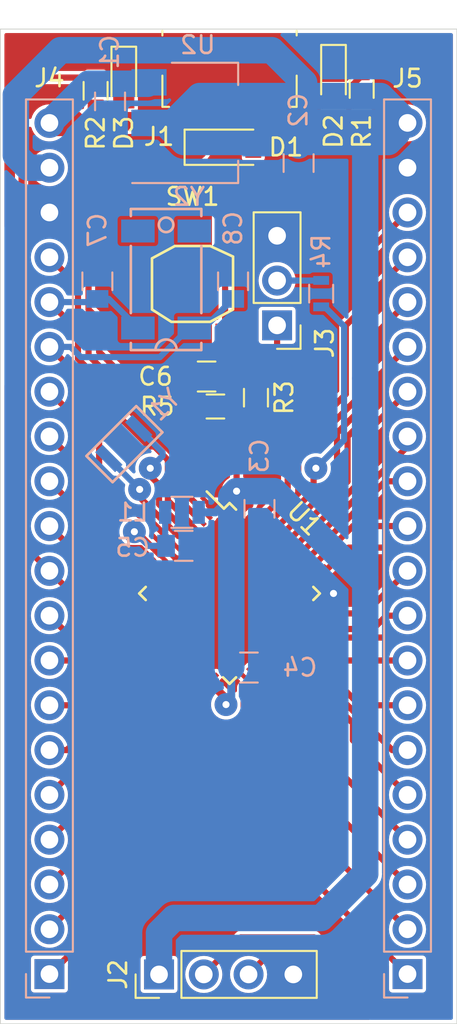
<source format=kicad_pcb>
(kicad_pcb (version 20171130) (host pcbnew "(5.1.2)-1")
  (layers (0 F.Cu signal) (31 B.Cu signal) (34 B.Paste user) (35 F.Paste user) (36 B.SilkS user) (37 F.SilkS user) (38 B.Mask user) (39 F.Mask user) (44 Edge.Cuts user))
  (net 0 "")
  (net 1 +VDC)
  (net 2 GND)
  (net 3 +3V3)
  (net 4 /VDDA)
  (net 5 /NRST)
  (net 6 /PC14)
  (net 7 /PC15)
  (net 8 "Net-(D1-Pad2)")
  (net 9 "Net-(D2-Pad2)")
  (net 10 "Net-(D3-Pad2)")
  (net 11 "Net-(J1-Pad2)")
  (net 12 "Net-(J1-Pad3)")
  (net 13 "Net-(J1-Pad4)")
  (net 14 /DCLK)
  (net 15 /DIO)
  (net 16 "Net-(J3-Pad2)")
  (net 17 "Net-(J3-Pad1)")
  (net 18 /PC13)
  (net 19 /PA0)
  (net 20 /PA1)
  (net 21 /PA2)
  (net 22 /PA3)
  (net 23 /PA4)
  (net 24 /PA5)
  (net 25 /PA6)
  (net 26 /PA7)
  (net 27 /PB0)
  (net 28 /PB1)
  (net 29 /PB2)
  (net 30 /PB10)
  (net 31 /PB11)
  (net 32 /PB12)
  (net 33 /PB13)
  (net 34 /PB14)
  (net 35 /PB15)
  (net 36 /PA8)
  (net 37 /PA9)
  (net 38 /PA10)
  (net 39 /PA11)
  (net 40 /PA12)
  (net 41 /PF6)
  (net 42 /PF7)
  (net 43 /PA15)
  (net 44 /PB3)
  (net 45 /PB4)
  (net 46 /PB5)
  (net 47 /PB6)
  (net 48 /PB7)
  (net 49 /PB8)
  (net 50 /PB9)
  (net 51 /BOOT)
  (net 52 /OSCB)
  (net 53 /OSCA)
  (net 54 "Net-(Y2-Pad2)")
  (net 55 "Net-(Y2-Pad3)")
  (module Capacitors_SMD:C_0805 (layer B.Cu) (at 54.5 89.3 180)
    (fp_text reference C4 (at -2.9 0) (layer B.SilkS) (effects (justify mirror)))
    (fp_text value 100nF)
    (pad 1 smd rect (at -1 0 180) (size 1 1.25) (layers B.Cu B.Paste B.Mask) (net 2 GND))
    (pad 2 smd rect (at 1 0 180) (size 1 1.25) (layers B.Cu B.Paste B.Mask) (net 3 +3V3))
  )
  (module Capacitors_SMD:C_0805 (layer B.Cu) (at 46.62 57.2 270)
    (fp_text reference C1 (at -2.8 0.02 270) (layer B.SilkS) (effects (justify mirror)))
    (fp_text value 22uF)
    (pad 1 smd rect (at -1 0 270) (size 1 1.25) (layers B.Cu B.Paste B.Mask) (net 1 +VDC))
    (pad 2 smd rect (at 1 0 270) (size 1 1.25) (layers B.Cu B.Paste B.Mask) (net 2 GND))
  )
  (module Capacitors_SMD:C_0805 (layer B.Cu) (at 57.32 60.7 270)
    (fp_text reference C2 (at -3 0.02 270) (layer B.SilkS) (effects (justify mirror)))
    (fp_text value 22uF)
    (pad 2 smd rect (at 1 0 270) (size 1 1.25) (layers B.Cu B.Paste B.Mask) (net 2 GND))
    (pad 1 smd rect (at -1 0 270) (size 1 1.25) (layers B.Cu B.Paste B.Mask) (net 3 +3V3))
  )
  (module Capacitors_SMD:C_0805 (layer B.Cu) (at 55.1 80.3 270)
    (fp_text reference C3 (at -3 0 90) (layer B.SilkS) (effects (justify mirror)))
    (fp_text value 10uF)
    (pad 1 smd rect (at -1 0 270) (size 1 1.25) (layers B.Cu B.Paste B.Mask) (net 3 +3V3))
    (pad 2 smd rect (at 1 0 270) (size 1 1.25) (layers B.Cu B.Paste B.Mask) (net 2 GND))
  )
  (module Capacitors_SMD:C_0805 (layer B.Cu) (at 50.8 82.4 180)
    (fp_text reference C5 (at 2.9 -0.1) (layer B.SilkS) (effects (justify mirror)))
    (fp_text value 100nF)
    (pad 1 smd rect (at -1 0 180) (size 1 1.25) (layers B.Cu B.Paste B.Mask) (net 2 GND))
    (pad 2 smd rect (at 1 0 180) (size 1 1.25) (layers B.Cu B.Paste B.Mask) (net 4 /VDDA))
  )
  (module Capacitors_SMD:C_0805 (layer F.Cu) (at 52.1 72.8 180)
    (fp_text reference C6 (at 2.9 0) (layer F.SilkS))
    (fp_text value 100nF)
    (pad 2 smd rect (at 1 0 180) (size 1 1.25) (layers F.Cu F.Paste F.Mask) (net 2 GND))
    (pad 1 smd rect (at -1 0 180) (size 1 1.25) (layers F.Cu F.Paste F.Mask) (net 5 /NRST))
  )
  (module Capacitors_SMD:C_0805 (layer B.Cu) (at 45.9 67.4 90)
    (fp_text reference C7 (at 2.9 0 90) (layer B.SilkS) (effects (justify mirror)))
    (fp_text value 20pF)
    (pad 2 smd rect (at 1 0 90) (size 1 1.25) (layers B.Cu B.Paste B.Mask) (net 2 GND))
    (pad 1 smd rect (at -1 0 90) (size 1 1.25) (layers B.Cu B.Paste B.Mask) (net 6 /PC14))
  )
  (module Capacitors_SMD:C_0805 (layer B.Cu) (at 53.6 67.4 90)
    (fp_text reference C8 (at 3 0 90) (layer B.SilkS) (effects (justify mirror)))
    (fp_text value 20pF)
    (pad 2 smd rect (at 1 0 90) (size 1 1.25) (layers B.Cu B.Paste B.Mask) (net 2 GND))
    (pad 1 smd rect (at -1 0 90) (size 1 1.25) (layers B.Cu B.Paste B.Mask) (net 7 /PC15))
  )
  (module Diodes_SMD:D_SOD-123 (layer F.Cu) (at 53.1 59.8)
    (fp_text reference D1 (at 3.5 0) (layer F.SilkS))
    (fp_text value MBR0530)
    (pad 2 smd rect (at 1.65 0) (size 0.9 1.2) (layers F.Cu F.Paste F.Mask) (net 8 "Net-(D1-Pad2)"))
    (pad 1 smd rect (at -1.65 0) (size 0.9 1.2) (layers F.Cu F.Paste F.Mask) (net 1 +VDC))
  )
  (module LEDs:LED_0805 (layer F.Cu) (at 59.3 55.8 270)
    (fp_text reference D2 (at 3.1 0 90) (layer F.SilkS))
    (fp_text value LED)
    (pad 2 smd rect (at 1.1 0 90) (size 1.2 1.2) (layers F.Cu F.Paste F.Mask) (net 9 "Net-(D2-Pad2)"))
    (pad 1 smd rect (at -1.1 0 90) (size 1.2 1.2) (layers F.Cu F.Paste F.Mask) (net 2 GND))
  )
  (module LEDs:LED_0805 (layer F.Cu) (at 47.4 55.9 270)
    (fp_text reference D3 (at 3.1 0 90) (layer F.SilkS))
    (fp_text value LED)
    (pad 1 smd rect (at -1.1 0 90) (size 1.2 1.2) (layers F.Cu F.Paste F.Mask) (net 2 GND))
    (pad 2 smd rect (at 1.1 0 90) (size 1.2 1.2) (layers F.Cu F.Paste F.Mask) (net 10 "Net-(D3-Pad2)"))
  )
  (module Connectors_USB:USB_Micro-B_Molex_47346-0001 (layer F.Cu) (at 53.4 54.6 180)
    (fp_text reference J1 (at 4 -4.6 180) (layer F.SilkS))
    (fp_text value USB_B_Micro)
    (pad 1 smd rect (at -1.3 -2.66 180) (size 0.45 1.38) (layers F.Cu F.Paste F.Mask) (net 8 "Net-(D1-Pad2)"))
    (pad 2 smd rect (at -0.65 -2.66 180) (size 0.45 1.38) (layers F.Cu F.Paste F.Mask) (net 11 "Net-(J1-Pad2)"))
    (pad 3 smd rect (at 0 -2.66 180) (size 0.45 1.38) (layers F.Cu F.Paste F.Mask) (net 12 "Net-(J1-Pad3)"))
    (pad 4 smd rect (at 0.65 -2.66 180) (size 0.45 1.38) (layers F.Cu F.Paste F.Mask) (net 13 "Net-(J1-Pad4)"))
    (pad 5 smd rect (at 1.3 -2.66 180) (size 0.45 1.38) (layers F.Cu F.Paste F.Mask) (net 2 GND))
    (pad 6 smd rect (at -2.4625 -2.3 180) (size 1.475 2.1) (layers F.Cu F.Paste F.Mask) (net 2 GND))
    (pad 6 smd rect (at 2.4625 -2.3 180) (size 1.475 2.1) (layers F.Cu F.Paste F.Mask) (net 2 GND))
    (pad 6 smd rect (at -2.91 0 180) (size 2.375 1.9) (layers F.Cu F.Paste F.Mask) (net 2 GND))
    (pad 6 smd rect (at 2.91 0 180) (size 2.375 1.9) (layers F.Cu F.Paste F.Mask) (net 2 GND))
    (pad 6 smd rect (at -0.84 0 180) (size 1.175 1.9) (layers F.Cu F.Paste F.Mask) (net 2 GND))
    (pad 6 smd rect (at 0.84 0 180) (size 1.175 1.9) (layers F.Cu F.Paste F.Mask) (net 2 GND))
  )
  (module Pin_Headers:Pin_Header_Straight_1x04_Pitch2.54mm (layer F.Cu) (at 49.4 106.7 90)
    (fp_text reference J2 (at 0 -2.33 90) (layer F.SilkS))
    (fp_text value STLink)
    (pad 4 thru_hole oval (at 0 7.62 90) (size 1.7 1.7) (drill 1) (layers *.Cu *.Mask) (net 2 GND))
    (pad 3 thru_hole oval (at 0 5.08 90) (size 1.7 1.7) (drill 1) (layers *.Cu *.Mask) (net 14 /DCLK))
    (pad 2 thru_hole oval (at 0 2.54 90) (size 1.7 1.7) (drill 1) (layers *.Cu *.Mask) (net 15 /DIO))
    (pad 1 thru_hole rect (at 0 0 90) (size 1.7 1.7) (drill 1) (layers *.Cu *.Mask) (net 3 +3V3))
  )
  (module Pin_Headers:Pin_Header_Straight_1x03_Pitch2.54mm (layer F.Cu) (at 56.1 69.9 180)
    (fp_text reference J3 (at -2.7 -1 90) (layer F.SilkS))
    (fp_text value BOOT)
    (pad 3 thru_hole oval (at 0 5.08 180) (size 1.7 1.7) (drill 1) (layers *.Cu *.Mask) (net 2 GND))
    (pad 2 thru_hole oval (at 0 2.54 180) (size 1.7 1.7) (drill 1) (layers *.Cu *.Mask) (net 16 "Net-(J3-Pad2)"))
    (pad 1 thru_hole rect (at 0 0 180) (size 1.7 1.7) (drill 1) (layers *.Cu *.Mask) (net 17 "Net-(J3-Pad1)"))
  )
  (module Pin_Headers:Pin_Header_Straight_1x20_Pitch2.54mm (layer B.Cu) (at 43.18 106.68)
    (fp_text reference J4 (at 0 -50.8) (layer F.SilkS))
    (fp_text value " ")
    (pad 20 thru_hole oval (at 0 -48.26) (size 1.7 1.7) (drill 1) (layers *.Cu *.Mask) (net 1 +VDC))
    (pad 19 thru_hole oval (at 0 -45.72) (size 1.7 1.7) (drill 1) (layers *.Cu *.Mask) (net 3 +3V3))
    (pad 18 thru_hole oval (at 0 -43.18) (size 1.7 1.7) (drill 1) (layers *.Cu *.Mask) (net 2 GND))
    (pad 17 thru_hole oval (at 0 -40.64) (size 1.7 1.7) (drill 1) (layers *.Cu *.Mask) (net 18 /PC13))
    (pad 16 thru_hole oval (at 0 -38.1) (size 1.7 1.7) (drill 1) (layers *.Cu *.Mask) (net 6 /PC14))
    (pad 15 thru_hole oval (at 0 -35.56) (size 1.7 1.7) (drill 1) (layers *.Cu *.Mask) (net 7 /PC15))
    (pad 14 thru_hole oval (at 0 -33.02) (size 1.7 1.7) (drill 1) (layers *.Cu *.Mask) (net 19 /PA0))
    (pad 13 thru_hole oval (at 0 -30.48) (size 1.7 1.7) (drill 1) (layers *.Cu *.Mask) (net 20 /PA1))
    (pad 12 thru_hole oval (at 0 -27.94) (size 1.7 1.7) (drill 1) (layers *.Cu *.Mask) (net 21 /PA2))
    (pad 11 thru_hole oval (at 0 -25.4) (size 1.7 1.7) (drill 1) (layers *.Cu *.Mask) (net 22 /PA3))
    (pad 10 thru_hole oval (at 0 -22.86) (size 1.7 1.7) (drill 1) (layers *.Cu *.Mask) (net 23 /PA4))
    (pad 9 thru_hole oval (at 0 -20.32) (size 1.7 1.7) (drill 1) (layers *.Cu *.Mask) (net 24 /PA5))
    (pad 8 thru_hole oval (at 0 -17.78) (size 1.7 1.7) (drill 1) (layers *.Cu *.Mask) (net 25 /PA6))
    (pad 7 thru_hole oval (at 0 -15.24) (size 1.7 1.7) (drill 1) (layers *.Cu *.Mask) (net 26 /PA7))
    (pad 6 thru_hole oval (at 0 -12.7) (size 1.7 1.7) (drill 1) (layers *.Cu *.Mask) (net 27 /PB0))
    (pad 5 thru_hole oval (at 0 -10.16) (size 1.7 1.7) (drill 1) (layers *.Cu *.Mask) (net 28 /PB1))
    (pad 4 thru_hole oval (at 0 -7.62) (size 1.7 1.7) (drill 1) (layers *.Cu *.Mask) (net 29 /PB2))
    (pad 3 thru_hole oval (at 0 -5.08) (size 1.7 1.7) (drill 1) (layers *.Cu *.Mask) (net 30 /PB10))
    (pad 2 thru_hole oval (at 0 -2.54) (size 1.7 1.7) (drill 1) (layers *.Cu *.Mask) (net 31 /PB11))
    (pad 1 thru_hole rect (at 0 0) (size 1.7 1.7) (drill 1) (layers *.Cu *.Mask) (net 32 /PB12))
  )
  (module Pin_Headers:Pin_Header_Straight_1x20_Pitch2.54mm (layer B.Cu) (at 63.5 106.68)
    (fp_text reference J5 (at 0 -50.78) (layer F.SilkS))
    (fp_text value " ")
    (pad 1 thru_hole rect (at 0 0) (size 1.7 1.7) (drill 1) (layers *.Cu *.Mask) (net 33 /PB13))
    (pad 2 thru_hole oval (at 0 -2.54) (size 1.7 1.7) (drill 1) (layers *.Cu *.Mask) (net 34 /PB14))
    (pad 3 thru_hole oval (at 0 -5.08) (size 1.7 1.7) (drill 1) (layers *.Cu *.Mask) (net 35 /PB15))
    (pad 4 thru_hole oval (at 0 -7.62) (size 1.7 1.7) (drill 1) (layers *.Cu *.Mask) (net 36 /PA8))
    (pad 5 thru_hole oval (at 0 -10.16) (size 1.7 1.7) (drill 1) (layers *.Cu *.Mask) (net 37 /PA9))
    (pad 6 thru_hole oval (at 0 -12.7) (size 1.7 1.7) (drill 1) (layers *.Cu *.Mask) (net 38 /PA10))
    (pad 7 thru_hole oval (at 0 -15.24) (size 1.7 1.7) (drill 1) (layers *.Cu *.Mask) (net 39 /PA11))
    (pad 8 thru_hole oval (at 0 -17.78) (size 1.7 1.7) (drill 1) (layers *.Cu *.Mask) (net 40 /PA12))
    (pad 9 thru_hole oval (at 0 -20.32) (size 1.7 1.7) (drill 1) (layers *.Cu *.Mask) (net 41 /PF6))
    (pad 10 thru_hole oval (at 0 -22.86) (size 1.7 1.7) (drill 1) (layers *.Cu *.Mask) (net 42 /PF7))
    (pad 11 thru_hole oval (at 0 -25.4) (size 1.7 1.7) (drill 1) (layers *.Cu *.Mask) (net 43 /PA15))
    (pad 12 thru_hole oval (at 0 -27.94) (size 1.7 1.7) (drill 1) (layers *.Cu *.Mask) (net 44 /PB3))
    (pad 13 thru_hole oval (at 0 -30.48) (size 1.7 1.7) (drill 1) (layers *.Cu *.Mask) (net 45 /PB4))
    (pad 14 thru_hole oval (at 0 -33.02) (size 1.7 1.7) (drill 1) (layers *.Cu *.Mask) (net 46 /PB5))
    (pad 15 thru_hole oval (at 0 -35.56) (size 1.7 1.7) (drill 1) (layers *.Cu *.Mask) (net 47 /PB6))
    (pad 16 thru_hole oval (at 0 -38.1) (size 1.7 1.7) (drill 1) (layers *.Cu *.Mask) (net 48 /PB7))
    (pad 17 thru_hole oval (at 0 -40.64) (size 1.7 1.7) (drill 1) (layers *.Cu *.Mask) (net 49 /PB8))
    (pad 18 thru_hole oval (at 0 -43.18) (size 1.7 1.7) (drill 1) (layers *.Cu *.Mask) (net 50 /PB9))
    (pad 19 thru_hole oval (at 0 -45.72) (size 1.7 1.7) (drill 1) (layers *.Cu *.Mask) (net 2 GND))
    (pad 20 thru_hole oval (at 0 -48.26) (size 1.7 1.7) (drill 1) (layers *.Cu *.Mask) (net 3 +3V3))
  )
  (module Inductors_SMD:L_0805 (layer B.Cu) (at 50.7 80.5 180)
    (fp_text reference L1 (at 2.8 0) (layer B.SilkS) (effects (justify mirror)))
    (fp_text value 10uH)
    (pad 1 smd rect (at -0.95 0 180) (size 0.7 1.3) (layers B.Cu B.Paste B.Mask) (net 3 +3V3))
    (pad 2 smd rect (at 0.95 0 180) (size 0.7 1.3) (layers B.Cu B.Paste B.Mask) (net 4 /VDDA))
  )
  (module Resistors_SMD:R_0603 (layer F.Cu) (at 60.9 56.5 90)
    (fp_text reference R1 (at -2.4 0 90) (layer F.SilkS))
    (fp_text value 4K91)
    (pad 1 smd rect (at -0.75 0 90) (size 0.5 0.9) (layers F.Cu F.Paste F.Mask) (net 3 +3V3))
    (pad 2 smd rect (at 0.75 0 90) (size 0.5 0.9) (layers F.Cu F.Paste F.Mask) (net 9 "Net-(D2-Pad2)"))
  )
  (module Resistors_SMD:R_0603 (layer F.Cu) (at 45.8 56.6 270)
    (fp_text reference R2 (at 2.4 0 90) (layer F.SilkS))
    (fp_text value 4K91)
    (pad 2 smd rect (at 0.75 0 270) (size 0.5 0.9) (layers F.Cu F.Paste F.Mask) (net 10 "Net-(D3-Pad2)"))
    (pad 1 smd rect (at -0.75 0 270) (size 0.5 0.9) (layers F.Cu F.Paste F.Mask) (net 23 /PA4))
  )
  (module Resistors_SMD:R_0603 (layer F.Cu) (at 54.9 74 270)
    (fp_text reference R3 (at 0 -1.6 90) (layer F.SilkS))
    (fp_text value 10K)
    (pad 2 smd rect (at 0.75 0 270) (size 0.5 0.9) (layers F.Cu F.Paste F.Mask) (net 3 +3V3))
    (pad 1 smd rect (at -0.75 0 270) (size 0.5 0.9) (layers F.Cu F.Paste F.Mask) (net 17 "Net-(J3-Pad1)"))
  )
  (module Resistors_SMD:R_0603 (layer B.Cu) (at 58.6 68.1 270)
    (fp_text reference R4 (at -2.4 0 270) (layer B.SilkS) (effects (justify mirror)))
    (fp_text value 560R)
    (pad 1 smd rect (at -0.75 0 270) (size 0.5 0.9) (layers B.Cu B.Paste B.Mask) (net 16 "Net-(J3-Pad2)"))
    (pad 2 smd rect (at 0.75 0 270) (size 0.5 0.9) (layers B.Cu B.Paste B.Mask) (net 51 /BOOT))
  )
  (module Resistors_SMD:R_0603 (layer F.Cu) (at 52.6 74.5)
    (fp_text reference R5 (at -3.3 0) (layer F.SilkS))
    (fp_text value 10K)
    (pad 2 smd rect (at 0.75 0) (size 0.5 0.9) (layers F.Cu F.Paste F.Mask) (net 3 +3V3))
    (pad 1 smd rect (at -0.75 0) (size 0.5 0.9) (layers F.Cu F.Paste F.Mask) (net 5 /NRST))
  )
  (module .rpvM:Switch_SMD_5.2x6.4_reset (layer F.Cu) (at 51.3 67.6 270)
    (fp_text reference SW1 (at -5 0 180) (layer F.SilkS))
    (fp_text value RESET)
    (pad 1 smd rect (at -3.1 -1.85 270) (size 1.8 1.1) (layers F.Cu F.Paste F.Mask) (net 5 /NRST))
    (pad 2 smd rect (at -3.1 1.85 270) (size 1.8 1.1) (layers F.Cu F.Paste F.Mask) (net 2 GND))
    (pad 2 smd rect (at 3.1 1.85 270) (size 1.8 1.1) (layers F.Cu F.Paste F.Mask) (net 2 GND))
    (pad 1 smd rect (at 3.1 -1.85 270) (size 1.8 1.1) (layers F.Cu F.Paste F.Mask) (net 5 /NRST))
  )
  (module Housings_QFP:LQFP-48_7x7mm_Pitch0.5mm (layer F.Cu) (at 53.4 85.1 315)
    (fp_text reference U1 (at 0 -6 135) (layer F.SilkS))
    (fp_text value STM32F030C8T6)
    (pad 48 smd rect (at -2.75 -4.35 45) (size 1.3 0.25) (layers F.Cu F.Paste F.Mask) (net 3 +3V3))
    (pad 47 smd rect (at -2.25 -4.35 45) (size 1.3 0.25) (layers F.Cu F.Paste F.Mask) (net 2 GND))
    (pad 46 smd rect (at -1.75 -4.35 45) (size 1.3 0.25) (layers F.Cu F.Paste F.Mask) (net 50 /PB9))
    (pad 45 smd rect (at -1.25 -4.35 45) (size 1.3 0.25) (layers F.Cu F.Paste F.Mask) (net 49 /PB8))
    (pad 44 smd rect (at -0.75 -4.35 45) (size 1.3 0.25) (layers F.Cu F.Paste F.Mask) (net 51 /BOOT))
    (pad 43 smd rect (at -0.25 -4.35 45) (size 1.3 0.25) (layers F.Cu F.Paste F.Mask) (net 48 /PB7))
    (pad 42 smd rect (at 0.25 -4.35 45) (size 1.3 0.25) (layers F.Cu F.Paste F.Mask) (net 47 /PB6))
    (pad 41 smd rect (at 0.75 -4.35 45) (size 1.3 0.25) (layers F.Cu F.Paste F.Mask) (net 46 /PB5))
    (pad 40 smd rect (at 1.25 -4.35 45) (size 1.3 0.25) (layers F.Cu F.Paste F.Mask) (net 45 /PB4))
    (pad 39 smd rect (at 1.75 -4.35 45) (size 1.3 0.25) (layers F.Cu F.Paste F.Mask) (net 44 /PB3))
    (pad 38 smd rect (at 2.25 -4.35 45) (size 1.3 0.25) (layers F.Cu F.Paste F.Mask) (net 43 /PA15))
    (pad 37 smd rect (at 2.75 -4.35 45) (size 1.3 0.25) (layers F.Cu F.Paste F.Mask) (net 14 /DCLK))
    (pad 36 smd rect (at 4.35 -2.75 315) (size 1.3 0.25) (layers F.Cu F.Paste F.Mask) (net 42 /PF7))
    (pad 35 smd rect (at 4.35 -2.25 315) (size 1.3 0.25) (layers F.Cu F.Paste F.Mask) (net 41 /PF6))
    (pad 34 smd rect (at 4.35 -1.75 315) (size 1.3 0.25) (layers F.Cu F.Paste F.Mask) (net 15 /DIO))
    (pad 33 smd rect (at 4.35 -1.25 315) (size 1.3 0.25) (layers F.Cu F.Paste F.Mask) (net 40 /PA12))
    (pad 32 smd rect (at 4.35 -0.75 315) (size 1.3 0.25) (layers F.Cu F.Paste F.Mask) (net 39 /PA11))
    (pad 31 smd rect (at 4.35 -0.25 315) (size 1.3 0.25) (layers F.Cu F.Paste F.Mask) (net 38 /PA10))
    (pad 30 smd rect (at 4.35 0.25 315) (size 1.3 0.25) (layers F.Cu F.Paste F.Mask) (net 37 /PA9))
    (pad 29 smd rect (at 4.35 0.75 315) (size 1.3 0.25) (layers F.Cu F.Paste F.Mask) (net 36 /PA8))
    (pad 28 smd rect (at 4.35 1.25 315) (size 1.3 0.25) (layers F.Cu F.Paste F.Mask) (net 35 /PB15))
    (pad 27 smd rect (at 4.35 1.75 315) (size 1.3 0.25) (layers F.Cu F.Paste F.Mask) (net 34 /PB14))
    (pad 26 smd rect (at 4.35 2.25 315) (size 1.3 0.25) (layers F.Cu F.Paste F.Mask) (net 33 /PB13))
    (pad 25 smd rect (at 4.35 2.75 315) (size 1.3 0.25) (layers F.Cu F.Paste F.Mask) (net 32 /PB12))
    (pad 24 smd rect (at 2.75 4.35 45) (size 1.3 0.25) (layers F.Cu F.Paste F.Mask) (net 3 +3V3))
    (pad 23 smd rect (at 2.25 4.35 45) (size 1.3 0.25) (layers F.Cu F.Paste F.Mask) (net 2 GND))
    (pad 22 smd rect (at 1.75 4.35 45) (size 1.3 0.25) (layers F.Cu F.Paste F.Mask) (net 31 /PB11))
    (pad 21 smd rect (at 1.25 4.35 45) (size 1.3 0.25) (layers F.Cu F.Paste F.Mask) (net 30 /PB10))
    (pad 20 smd rect (at 0.75 4.35 45) (size 1.3 0.25) (layers F.Cu F.Paste F.Mask) (net 29 /PB2))
    (pad 19 smd rect (at 0.25 4.35 45) (size 1.3 0.25) (layers F.Cu F.Paste F.Mask) (net 28 /PB1))
    (pad 18 smd rect (at -0.25 4.35 45) (size 1.3 0.25) (layers F.Cu F.Paste F.Mask) (net 27 /PB0))
    (pad 17 smd rect (at -0.75 4.35 45) (size 1.3 0.25) (layers F.Cu F.Paste F.Mask) (net 26 /PA7))
    (pad 16 smd rect (at -1.25 4.35 45) (size 1.3 0.25) (layers F.Cu F.Paste F.Mask) (net 25 /PA6))
    (pad 15 smd rect (at -1.75 4.35 45) (size 1.3 0.25) (layers F.Cu F.Paste F.Mask) (net 24 /PA5))
    (pad 14 smd rect (at -2.25 4.35 45) (size 1.3 0.25) (layers F.Cu F.Paste F.Mask) (net 23 /PA4))
    (pad 13 smd rect (at -2.75 4.35 45) (size 1.3 0.25) (layers F.Cu F.Paste F.Mask) (net 22 /PA3))
    (pad 12 smd rect (at -4.35 2.75 315) (size 1.3 0.25) (layers F.Cu F.Paste F.Mask) (net 21 /PA2))
    (pad 11 smd rect (at -4.35 2.25 315) (size 1.3 0.25) (layers F.Cu F.Paste F.Mask) (net 20 /PA1))
    (pad 10 smd rect (at -4.35 1.75 315) (size 1.3 0.25) (layers F.Cu F.Paste F.Mask) (net 19 /PA0))
    (pad 9 smd rect (at -4.35 1.25 315) (size 1.3 0.25) (layers F.Cu F.Paste F.Mask) (net 4 /VDDA))
    (pad 8 smd rect (at -4.35 0.75 315) (size 1.3 0.25) (layers F.Cu F.Paste F.Mask) (net 2 GND))
    (pad 7 smd rect (at -4.35 0.25 315) (size 1.3 0.25) (layers F.Cu F.Paste F.Mask) (net 5 /NRST))
    (pad 6 smd rect (at -4.35 -0.25 315) (size 1.3 0.25) (layers F.Cu F.Paste F.Mask) (net 52 /OSCB))
    (pad 5 smd rect (at -4.35 -0.75 315) (size 1.3 0.25) (layers F.Cu F.Paste F.Mask) (net 53 /OSCA))
    (pad 4 smd rect (at -4.35 -1.25 315) (size 1.3 0.25) (layers F.Cu F.Paste F.Mask) (net 7 /PC15))
    (pad 3 smd rect (at -4.35 -1.75 315) (size 1.3 0.25) (layers F.Cu F.Paste F.Mask) (net 6 /PC14))
    (pad 2 smd rect (at -4.35 -2.25 315) (size 1.3 0.25) (layers F.Cu F.Paste F.Mask) (net 18 /PC13))
    (pad 1 smd rect (at -4.35 -2.75 315) (size 1.3 0.25) (layers F.Cu F.Paste F.Mask) (net 3 +3V3))
  )
  (module TO_SOT_Packages_SMD:SOT-223-3_TabPin2 (layer B.Cu) (at 51.98 58.42)
    (fp_text reference U2 (at -0.38 -4.42) (layer B.SilkS) (effects (justify mirror)))
    (fp_text value AMS1117)
    (pad 1 smd rect (at -3.15 2.3) (size 2 1.5) (layers B.Cu B.Paste B.Mask) (net 2 GND))
    (pad 3 smd rect (at -3.15 -2.3) (size 2 1.5) (layers B.Cu B.Paste B.Mask) (net 1 +VDC))
    (pad 2 smd rect (at -3.15 0) (size 2 1.5) (layers B.Cu B.Paste B.Mask) (net 3 +3V3))
    (pad 2 smd rect (at 3.15 0) (size 2 3.8) (layers B.Cu B.Paste B.Mask) (net 3 +3V3))
  )
  (module .rpvM:Crystal_CSTCE_3pin_3.2x1.3 (layer B.Cu) (at 47.4 76.6 225)
    (fp_text reference Y1 (at -3.181981 -0.070711 225) (layer B.SilkS) (effects (justify mirror)))
    (fp_text value CSTCE8.000M)
    (pad 1 smd rect (at -1.2 0 225) (size 0.6 1.6) (layers B.Cu B.Paste B.Mask) (net 53 /OSCA))
    (pad 2 smd rect (at 0 0 225) (size 0.6 1.6) (layers B.Cu B.Paste B.Mask) (net 2 GND))
    (pad 3 smd rect (at 1.2 0 225) (size 0.6 1.6) (layers B.Cu B.Paste B.Mask) (net 52 /OSCB))
  )
  (module .rpvM:Crystal_4pin_SMD_2.5x4.6 (layer B.Cu) (at 49.8 67.3 90)
    (fp_text reference Y2 (at 4.7 1.3 180) (layer B.SilkS) (effects (justify mirror)))
    (fp_text value 32.768K)
    (pad 1 smd rect (at -2.75 -1.6 90) (size 1.3 1.9) (layers B.Cu B.Paste B.Mask) (net 6 /PC14))
    (pad 2 smd rect (at 2.75 -1.6 90) (size 1.3 1.9) (layers B.Cu B.Paste B.Mask) (net 54 "Net-(Y2-Pad2)"))
    (pad 3 smd rect (at 2.75 1.6 90) (size 1.3 1.9) (layers B.Cu B.Paste B.Mask) (net 55 "Net-(Y2-Pad3)"))
    (pad 4 smd rect (at -2.75 1.6 90) (size 1.3 1.9) (layers B.Cu B.Paste B.Mask) (net 7 /PC15))
  )
  (gr_line (start 40.4 109.5) (end 40.4 53.1) (layer Edge.Cuts) (width 0.05))
  (gr_line (start 66.3 109.5) (end 40.4 109.5) (layer Edge.Cuts) (width 0.05))
  (gr_line (start 66.3 109.5) (end 66.3 53.1) (layer Edge.Cuts) (width 0.05))
  (gr_line (start 66.3 53.1) (end 40.4 53.1) (layer Edge.Cuts) (width 0.05))
  (segment (start 44.382081 58.42) (end 43.18 58.42) (width 1.5) (layer F.Cu) (net 1))
  (segment (start 44.459998 58.42) (end 44.382081 58.42) (width 1.5) (layer F.Cu) (net 1))
  (segment (start 45.839998 59.8) (end 44.459998 58.42) (width 1.5) (layer F.Cu) (net 1))
  (segment (start 51.45 59.8) (end 45.839998 59.8) (width 1.5) (layer F.Cu) (net 1))
  (segment (start 48.75 56.2) (end 48.83 56.12) (width 1.5) (layer B.Cu) (net 1))
  (segment (start 46.62 56.2) (end 48.75 56.2) (width 1.5) (layer B.Cu) (net 1))
  (segment (start 45.4 56.2) (end 46.62 56.2) (width 1.5) (layer B.Cu) (net 1))
  (segment (start 43.18 58.42) (end 45.4 56.2) (width 1.5) (layer B.Cu) (net 1))
  (via (at 59.3 85.1) (size 0.8) (drill 0.4) (layers F.Cu B.Cu) (net 2))
  (segment (start 62.33 57.25) (end 63.5 58.42) (width 0.35) (layer F.Cu) (net 3))
  (segment (start 60.9 57.25) (end 62.33 57.25) (width 0.35) (layer F.Cu) (net 3))
  (segment (start 48.83 58.42) (end 50.18 58.42) (width 1.5) (layer B.Cu) (net 3))
  (segment (start 50.18 58.42) (end 51.7 56.9) (width 1.5) (layer B.Cu) (net 3))
  (segment (start 61.98 56.9) (end 63.5 58.42) (width 1.5) (layer B.Cu) (net 3))
  (segment (start 51.7 56.9) (end 61.98 56.9) (width 1.5) (layer B.Cu) (net 3))
  (segment (start 48.83 58.42) (end 49.72 58.42) (width 1.5) (layer B.Cu) (net 3))
  (segment (start 49.72 58.42) (end 50.8 59.5) (width 1.5) (layer B.Cu) (net 3))
  (segment (start 50.8 59.5) (end 62.42 59.5) (width 1.5) (layer B.Cu) (net 3))
  (segment (start 62.9 59.02) (end 62.42 59.5) (width 1.5) (layer B.Cu) (net 3))
  (segment (start 48.83 58.42) (end 55.13 58.42) (width 1.5) (layer B.Cu) (net 3))
  (segment (start 57.63 58.42) (end 57.65 58.4) (width 1.5) (layer B.Cu) (net 3))
  (segment (start 55.13 58.42) (end 57.63 58.42) (width 1.5) (layer B.Cu) (net 3))
  (segment (start 57.65 58.4) (end 61.8 58.4) (width 1.5) (layer B.Cu) (net 3))
  (segment (start 61.82 58.42) (end 63.5 58.42) (width 1.5) (layer B.Cu) (net 3))
  (segment (start 61.8 58.4) (end 61.82 58.42) (width 1.5) (layer B.Cu) (net 3))
  (segment (start 57.32 59.7) (end 57.32 57.82) (width 1.5) (layer B.Cu) (net 3))
  (segment (start 55.13 58.42) (end 54.52 58.42) (width 1.5) (layer B.Cu) (net 3))
  (segment (start 54.52 58.42) (end 53.8 57.7) (width 1.5) (layer B.Cu) (net 3))
  (segment (start 53.8 57.7) (end 52.1 57.7) (width 1.5) (layer B.Cu) (net 3))
  (segment (start 52.1 57.7) (end 56.5 57.7) (width 1.5) (layer B.Cu) (net 3))
  (segment (start 62.297919 58.42) (end 61.1 59.617919) (width 1.5) (layer B.Cu) (net 3))
  (segment (start 63.5 58.42) (end 62.297919 58.42) (width 1.5) (layer B.Cu) (net 3))
  (segment (start 61.1 101) (end 58.6 103.5) (width 1.5) (layer B.Cu) (net 3))
  (segment (start 49.4 104.35) (end 49.4 106.7) (width 1.5) (layer B.Cu) (net 3))
  (segment (start 50.25 103.5) (end 49.4 104.35) (width 1.5) (layer B.Cu) (net 3))
  (segment (start 58.6 103.5) (end 50.25 103.5) (width 1.5) (layer B.Cu) (net 3))
  (segment (start 53.5 89.3) (end 53.5 79.6) (width 1.5) (layer B.Cu) (net 3))
  (segment (start 53.8 79.3) (end 55.1 79.3) (width 1.5) (layer B.Cu) (net 3))
  (segment (start 53.5 79.6) (end 53.8 79.3) (width 1.5) (layer B.Cu) (net 3))
  (segment (start 61.1 75.425) (end 61.1 75.4) (width 1.5) (layer B.Cu) (net 3))
  (segment (start 55.1 79.3) (end 55.225 79.3) (width 1.5) (layer B.Cu) (net 3))
  (segment (start 61.1 59.617919) (end 61.1 72.9) (width 1.5) (layer B.Cu) (net 3))
  (segment (start 61.1 72.9) (end 61.1 76.3) (width 1.5) (layer B.Cu) (net 3))
  (segment (start 61.1 75.4) (end 61.1 76.3) (width 1.5) (layer B.Cu) (net 3))
  (segment (start 60.835002 84.2) (end 61.1 84.2) (width 1.5) (layer B.Cu) (net 3))
  (segment (start 55.935002 79.3) (end 60.835002 84.2) (width 1.5) (layer B.Cu) (net 3))
  (segment (start 55.1 79.3) (end 55.935002 79.3) (width 1.5) (layer B.Cu) (net 3))
  (segment (start 61.1 76.3) (end 61.1 84.2) (width 1.5) (layer B.Cu) (net 3))
  (segment (start 61.1 84.2) (end 61.1 101) (width 1.5) (layer B.Cu) (net 3))
  (segment (start 52.268629 80.079542) (end 53.020458 80.079542) (width 0.45) (layer F.Cu) (net 3))
  (segment (start 53.020458 80.079542) (end 53.8 79.3) (width 0.45) (layer F.Cu) (net 3))
  (segment (start 54.531371 80.031371) (end 53.8 79.3) (width 0.45) (layer F.Cu) (net 3))
  (segment (start 54.531371 80.079542) (end 54.531371 80.031371) (width 0.45) (layer F.Cu) (net 3))
  (segment (start 53.5 89.3) (end 53.5 91.1) (width 0.45) (layer B.Cu) (net 3))
  (segment (start 53.5 91.1) (end 53.2 91.4) (width 0.45) (layer B.Cu) (net 3))
  (segment (start 53.2 91.051829) (end 52.268629 90.120458) (width 0.45) (layer F.Cu) (net 3))
  (segment (start 53.2 91.4) (end 53.2 91.4) (width 0.45) (layer F.Cu) (net 3))
  (segment (start 52.6 80.5) (end 53.8 79.3) (width 0.45) (layer B.Cu) (net 3))
  (segment (start 51.65 80.5) (end 52.6 80.5) (width 0.45) (layer B.Cu) (net 3))
  (segment (start 53.8 74.95) (end 53.35 74.5) (width 0.35) (layer F.Cu) (net 3))
  (segment (start 53.8 75.05) (end 53.8 75.2) (width 0.35) (layer F.Cu) (net 3))
  (segment (start 54.1 74.75) (end 53.8 75.05) (width 0.35) (layer F.Cu) (net 3))
  (segment (start 54.9 74.75) (end 54.1 74.75) (width 0.35) (layer F.Cu) (net 3))
  (segment (start 53.8 79.3) (end 53.8 75.2) (width 0.35) (layer F.Cu) (net 3))
  (segment (start 53.8 75.2) (end 53.8 74.95) (width 0.35) (layer F.Cu) (net 3))
  (segment (start 57.63 58.42) (end 57.63 56.13) (width 1.5) (layer B.Cu) (net 3))
  (segment (start 57.63 56.13) (end 55.8 54.3) (width 1.5) (layer B.Cu) (net 3))
  (segment (start 55.8 54.3) (end 43.8 54.3) (width 1.5) (layer B.Cu) (net 3))
  (segment (start 43.8 54.3) (end 41.27501 56.82499) (width 1.5) (layer B.Cu) (net 3))
  (segment (start 41.977919 60.96) (end 43.18 60.96) (width 1.5) (layer B.Cu) (net 3))
  (segment (start 41.27501 60.257091) (end 41.977919 60.96) (width 1.5) (layer B.Cu) (net 3))
  (segment (start 41.27501 56.82499) (end 41.27501 60.257091) (width 1.5) (layer B.Cu) (net 3))
  (segment (start 53.8 79.3) (end 53.8 79.3) (width 0.45) (layer F.Cu) (net 3))
  (via (at 53.8 79.3) (size 1.3) (drill 0.4) (layers F.Cu B.Cu) (net 3))
  (segment (start 53.2 91.4) (end 53.2 91.051829) (width 0.45) (layer F.Cu) (net 3))
  (via (at 53.2 91.4) (size 1.3) (drill 0.4) (layers F.Cu B.Cu) (net 3))
  (segment (start 49.75 82.35) (end 49.8 82.4) (width 0.35) (layer B.Cu) (net 4))
  (segment (start 49.75 80.5) (end 49.75 82.35) (width 0.35) (layer B.Cu) (net 4))
  (via (at 48 81.6) (size 1.3) (drill 0.4) (layers F.Cu B.Cu) (net 4))
  (segment (start 49.8 82.4) (end 48.8 82.4) (width 0.35) (layer B.Cu) (net 4))
  (segment (start 48.8 82.4) (end 48 81.6) (width 0.35) (layer B.Cu) (net 4))
  (segment (start 48.132233 81.6) (end 49.440202 82.907969) (width 0.35) (layer F.Cu) (net 4))
  (segment (start 48 81.6) (end 48.132233 81.6) (width 0.35) (layer F.Cu) (net 4))
  (segment (start 53.15 65.75) (end 53.15 70.7) (width 0.35) (layer F.Cu) (net 5))
  (segment (start 53.15 64.5) (end 53.15 65.75) (width 0.35) (layer F.Cu) (net 5))
  (segment (start 53.15 72.75) (end 53.1 72.8) (width 0.35) (layer F.Cu) (net 5))
  (segment (start 53.15 70.7) (end 53.15 72.75) (width 0.35) (layer F.Cu) (net 5))
  (segment (start 51.85 74.05) (end 53.1 72.8) (width 0.35) (layer F.Cu) (net 5))
  (segment (start 51.85 74.5) (end 51.85 74.05) (width 0.35) (layer F.Cu) (net 5))
  (segment (start 48.621446 80.674999) (end 48.274999 80.674999) (width 0.35) (layer F.Cu) (net 5))
  (segment (start 50.147309 82.200862) (end 48.621446 80.674999) (width 0.35) (layer F.Cu) (net 5))
  (segment (start 48.274999 80.674999) (end 46 78.4) (width 0.35) (layer F.Cu) (net 5))
  (segment (start 46 78.4) (end 46 74.6) (width 0.35) (layer F.Cu) (net 5))
  (segment (start 46 74.6) (end 43.8 72.4) (width 0.35) (layer F.Cu) (net 5))
  (segment (start 43.8 72.4) (end 41.9 72.4) (width 0.35) (layer F.Cu) (net 5))
  (segment (start 41.9 72.4) (end 41.6 72.1) (width 0.35) (layer F.Cu) (net 5))
  (segment (start 41.6 72.1) (end 41.6 65.4) (width 0.35) (layer F.Cu) (net 5))
  (segment (start 41.6 65.4) (end 42.2 64.8) (width 0.35) (layer F.Cu) (net 5))
  (segment (start 42.2 64.8) (end 44.3 64.8) (width 0.35) (layer F.Cu) (net 5))
  (segment (start 44.3 64.8) (end 45.4 65.9) (width 0.35) (layer F.Cu) (net 5))
  (segment (start 45.4 65.9) (end 45.4 69) (width 0.35) (layer F.Cu) (net 5))
  (segment (start 45.4 69) (end 46 69.6) (width 0.35) (layer F.Cu) (net 5))
  (segment (start 46 69.6) (end 46 71.4) (width 0.35) (layer F.Cu) (net 5))
  (segment (start 49.1 74.5) (end 51.85 74.5) (width 0.35) (layer F.Cu) (net 5))
  (segment (start 46 71.4) (end 49.1 74.5) (width 0.35) (layer F.Cu) (net 5))
  (segment (start 45.72 68.58) (end 45.9 68.4) (width 0.35) (layer B.Cu) (net 6))
  (segment (start 43.18 68.58) (end 45.72 68.58) (width 0.35) (layer B.Cu) (net 6))
  (segment (start 46.55 68.4) (end 48.2 70.05) (width 0.35) (layer B.Cu) (net 6))
  (segment (start 45.9 68.4) (end 46.55 68.4) (width 0.35) (layer B.Cu) (net 6))
  (segment (start 44.8 70.2) (end 43.18 68.58) (width 0.35) (layer F.Cu) (net 6))
  (segment (start 44.8 71.794588) (end 44.8 70.2) (width 0.35) (layer F.Cu) (net 6))
  (segment (start 50.452706 79.677833) (end 50.452706 77.447294) (width 0.35) (layer F.Cu) (net 6))
  (segment (start 51.561522 80.786649) (end 50.452706 79.677833) (width 0.35) (layer F.Cu) (net 6))
  (segment (start 50.452706 77.447294) (end 44.8 71.794588) (width 0.35) (layer F.Cu) (net 6))
  (segment (start 51.3 70.15) (end 51.95 70.15) (width 0.35) (layer B.Cu) (net 7))
  (segment (start 44.382081 71.12) (end 44.962081 71.7) (width 0.35) (layer B.Cu) (net 7))
  (segment (start 43.18 71.12) (end 44.382081 71.12) (width 0.35) (layer B.Cu) (net 7))
  (segment (start 51.1 70.05) (end 51.4 70.05) (width 0.35) (layer B.Cu) (net 7))
  (segment (start 49.45 71.7) (end 51.1 70.05) (width 0.35) (layer B.Cu) (net 7))
  (segment (start 44.962081 71.7) (end 49.45 71.7) (width 0.35) (layer B.Cu) (net 7))
  (segment (start 51.95 70.05) (end 53.6 68.4) (width 0.35) (layer B.Cu) (net 7))
  (segment (start 51.4 70.05) (end 51.95 70.05) (width 0.35) (layer B.Cu) (net 7))
  (segment (start 48.825499 76.765499) (end 43.18 71.12) (width 0.35) (layer F.Cu) (net 7))
  (segment (start 49.134501 76.765499) (end 48.825499 76.765499) (width 0.35) (layer F.Cu) (net 7))
  (segment (start 49.9 77.530998) (end 49.134501 76.765499) (width 0.35) (layer F.Cu) (net 7))
  (segment (start 49.9 79.832233) (end 49.9 77.530998) (width 0.35) (layer F.Cu) (net 7))
  (segment (start 51.207969 81.140202) (end 49.9 79.832233) (width 0.35) (layer F.Cu) (net 7))
  (segment (start 54.7 59.75) (end 54.75 59.8) (width 0.55) (layer F.Cu) (net 8))
  (segment (start 54.7 57.26) (end 54.7 59.75) (width 0.55) (layer F.Cu) (net 8))
  (segment (start 59.75 56.9) (end 60.9 55.75) (width 0.35) (layer F.Cu) (net 9))
  (segment (start 59.3 56.9) (end 59.75 56.9) (width 0.35) (layer F.Cu) (net 9))
  (segment (start 47.05 57.35) (end 47.4 57) (width 0.35) (layer F.Cu) (net 10))
  (segment (start 45.8 57.35) (end 47.05 57.35) (width 0.35) (layer F.Cu) (net 10))
  (segment (start 58.697235 83.968629) (end 60.165864 82.5) (width 0.35) (layer F.Cu) (net 14))
  (segment (start 58.420458 83.968629) (end 58.697235 83.968629) (width 0.35) (layer F.Cu) (net 14))
  (segment (start 60.165864 82.5) (end 64.6 82.5) (width 0.35) (layer F.Cu) (net 14))
  (segment (start 64.6 82.5) (end 65.7 83.6) (width 0.35) (layer F.Cu) (net 14))
  (segment (start 65.7 83.6) (end 65.7 108) (width 0.35) (layer F.Cu) (net 14))
  (segment (start 65.7 108) (end 64.8 108.9) (width 0.35) (layer F.Cu) (net 14))
  (segment (start 64.8 108.9) (end 61.7 108.9) (width 0.35) (layer F.Cu) (net 14))
  (segment (start 61.7 108.9) (end 57.9 105.1) (width 0.35) (layer F.Cu) (net 14))
  (segment (start 56.08 105.1) (end 54.48 106.7) (width 0.35) (layer F.Cu) (net 14))
  (segment (start 57.9 105.1) (end 56.08 105.1) (width 0.35) (layer F.Cu) (net 14))
  (segment (start 57.713351 86.938478) (end 58.374873 87.6) (width 0.35) (layer F.Cu) (net 15))
  (segment (start 58.374873 87.6) (end 64.5 87.6) (width 0.35) (layer F.Cu) (net 15))
  (segment (start 64.5 87.6) (end 65.1 88.2) (width 0.35) (layer F.Cu) (net 15))
  (segment (start 65.1 88.2) (end 65.1 107.8) (width 0.35) (layer F.Cu) (net 15))
  (segment (start 65.1 107.8) (end 64.6 108.3) (width 0.35) (layer F.Cu) (net 15))
  (segment (start 64.6 108.3) (end 61.9 108.3) (width 0.35) (layer F.Cu) (net 15))
  (segment (start 61.9 108.3) (end 58.2 104.6) (width 0.35) (layer F.Cu) (net 15))
  (segment (start 54.04 104.6) (end 51.94 106.7) (width 0.35) (layer F.Cu) (net 15))
  (segment (start 58.2 104.6) (end 54.04 104.6) (width 0.35) (layer F.Cu) (net 15))
  (segment (start 58.59 67.36) (end 58.6 67.35) (width 0.35) (layer B.Cu) (net 16))
  (segment (start 56.1 67.36) (end 58.59 67.36) (width 0.35) (layer B.Cu) (net 16))
  (segment (start 55.1 73.25) (end 54.9 73.25) (width 0.35) (layer F.Cu) (net 17))
  (segment (start 56.1 72.25) (end 55.1 73.25) (width 0.35) (layer F.Cu) (net 17))
  (segment (start 56.1 69.9) (end 56.1 72.25) (width 0.35) (layer F.Cu) (net 17))
  (segment (start 43.18 66.04) (end 44.8 67.66) (width 0.35) (layer F.Cu) (net 18))
  (segment (start 44.8 67.66) (end 44.8 69.2) (width 0.35) (layer F.Cu) (net 18))
  (segment (start 44.8 69.2) (end 45.4 69.8) (width 0.35) (layer F.Cu) (net 18))
  (segment (start 45.4 69.8) (end 45.4 71.6) (width 0.35) (layer F.Cu) (net 18))
  (segment (start 45.4 71.6) (end 51 77.2) (width 0.35) (layer F.Cu) (net 18))
  (segment (start 51.768619 80.286652) (end 51.915069 80.433102) (width 0.35) (layer F.Cu) (net 18))
  (segment (start 51 77.2) (end 51 79.518033) (width 0.35) (layer F.Cu) (net 18))
  (segment (start 51 79.518033) (end 51.768619 80.286652) (width 0.35) (layer F.Cu) (net 18))
  (segment (start 44.7 75.18) (end 43.18 73.66) (width 0.35) (layer F.Cu) (net 19))
  (segment (start 44.7 76.6) (end 44.7 75.18) (width 0.35) (layer F.Cu) (net 19))
  (segment (start 45.3 77.2) (end 44.7 76.6) (width 0.35) (layer F.Cu) (net 19))
  (segment (start 48.350128 82.525001) (end 47.225001 82.525001) (width 0.35) (layer F.Cu) (net 19))
  (segment (start 49.086649 83.261522) (end 48.350128 82.525001) (width 0.35) (layer F.Cu) (net 19))
  (segment (start 47.225001 82.525001) (end 45.898645 81.198645) (width 0.35) (layer F.Cu) (net 19))
  (segment (start 45.898645 81.198645) (end 45.898645 79.498645) (width 0.35) (layer F.Cu) (net 19))
  (segment (start 45.898645 79.498645) (end 45.3 78.9) (width 0.35) (layer F.Cu) (net 19))
  (segment (start 45.3 78.9) (end 45.3 77.2) (width 0.35) (layer F.Cu) (net 19))
  (segment (start 48.202766 83.084747) (end 46.984747 83.084747) (width 0.35) (layer F.Cu) (net 20))
  (segment (start 48.733095 83.615076) (end 48.202766 83.084747) (width 0.35) (layer F.Cu) (net 20))
  (segment (start 46.984747 83.084747) (end 45.3 81.4) (width 0.35) (layer F.Cu) (net 20))
  (segment (start 45.3 81.4) (end 45.3 79.7) (width 0.35) (layer F.Cu) (net 20))
  (segment (start 45.3 79.7) (end 44.7 79.1) (width 0.35) (layer F.Cu) (net 20))
  (segment (start 44.7 77.72) (end 43.18 76.2) (width 0.35) (layer F.Cu) (net 20))
  (segment (start 44.7 79.1) (end 44.7 77.72) (width 0.35) (layer F.Cu) (net 20))
  (segment (start 44.7 80.26) (end 43.18 78.74) (width 0.35) (layer F.Cu) (net 21))
  (segment (start 44.7 81.6) (end 44.7 80.26) (width 0.35) (layer F.Cu) (net 21))
  (segment (start 47.068629 83.968629) (end 44.7 81.6) (width 0.35) (layer F.Cu) (net 21))
  (segment (start 48.379542 83.968629) (end 47.068629 83.968629) (width 0.35) (layer F.Cu) (net 21))
  (segment (start 48.131371 86.231371) (end 48.379542 86.231371) (width 0.35) (layer F.Cu) (net 22))
  (segment (start 43.18 81.28) (end 48.131371 86.231371) (width 0.35) (layer F.Cu) (net 22))
  (segment (start 44.029999 84.669999) (end 43.18 83.82) (width 0.35) (layer F.Cu) (net 23))
  (segment (start 46.76 87.4) (end 44.029999 84.669999) (width 0.35) (layer F.Cu) (net 23))
  (segment (start 47.918019 87.4) (end 46.76 87.4) (width 0.35) (layer F.Cu) (net 23))
  (segment (start 48.733095 86.584924) (end 47.918019 87.4) (width 0.35) (layer F.Cu) (net 23))
  (segment (start 42.25 55.85) (end 45.8 55.85) (width 0.35) (layer F.Cu) (net 23))
  (segment (start 41.6 56.5) (end 42.25 55.85) (width 0.35) (layer F.Cu) (net 23))
  (segment (start 43.18 83.82) (end 41.6 82.24) (width 0.35) (layer F.Cu) (net 23))
  (segment (start 41.6 82.24) (end 41.6 73.5) (width 0.35) (layer F.Cu) (net 23))
  (segment (start 41.6 73.5) (end 41 72.9) (width 0.35) (layer F.Cu) (net 23))
  (segment (start 41 72.9) (end 41 64.7) (width 0.35) (layer F.Cu) (net 23))
  (segment (start 41 64.7) (end 41.6 64.1) (width 0.35) (layer F.Cu) (net 23))
  (segment (start 41.6 64.1) (end 41.6 56.5) (width 0.35) (layer F.Cu) (net 23))
  (segment (start 44.029999 87.209999) (end 43.18 86.36) (width 0.35) (layer F.Cu) (net 24))
  (segment (start 44.92 88.1) (end 44.029999 87.209999) (width 0.35) (layer F.Cu) (net 24))
  (segment (start 47.925127 88.1) (end 44.92 88.1) (width 0.35) (layer F.Cu) (net 24))
  (segment (start 49.086649 86.938478) (end 47.925127 88.1) (width 0.35) (layer F.Cu) (net 24))
  (segment (start 47.832233 88.9) (end 43.18 88.9) (width 0.35) (layer F.Cu) (net 25))
  (segment (start 49.440202 87.292031) (end 47.832233 88.9) (width 0.35) (layer F.Cu) (net 25))
  (segment (start 45.999339 91.44) (end 43.18 91.44) (width 0.35) (layer F.Cu) (net 26))
  (segment (start 49.793755 87.645584) (end 45.999339 91.44) (width 0.35) (layer F.Cu) (net 26))
  (segment (start 44.166447 93.98) (end 43.18 93.98) (width 0.35) (layer F.Cu) (net 27))
  (segment (start 50.147309 87.999138) (end 44.166447 93.98) (width 0.35) (layer F.Cu) (net 27))
  (segment (start 50.500862 88.352691) (end 45.2 93.653553) (width 0.35) (layer F.Cu) (net 28))
  (segment (start 45.2 94.5) (end 43.18 96.52) (width 0.35) (layer F.Cu) (net 28))
  (segment (start 45.2 93.653553) (end 45.2 94.5) (width 0.35) (layer F.Cu) (net 28))
  (segment (start 44.029999 98.210001) (end 43.18 99.06) (width 0.35) (layer F.Cu) (net 29))
  (segment (start 45.9 96.34) (end 44.029999 98.210001) (width 0.35) (layer F.Cu) (net 29))
  (segment (start 45.9 93.660661) (end 45.9 96.34) (width 0.35) (layer F.Cu) (net 29))
  (segment (start 50.854416 88.706245) (end 45.9 93.660661) (width 0.35) (layer F.Cu) (net 29))
  (segment (start 44.029999 100.750001) (end 43.18 101.6) (width 0.35) (layer F.Cu) (net 30))
  (segment (start 46.7 98.08) (end 44.029999 100.750001) (width 0.35) (layer F.Cu) (net 30))
  (segment (start 46.7 93.567767) (end 46.7 98.08) (width 0.35) (layer F.Cu) (net 30))
  (segment (start 51.207969 89.059798) (end 46.7 93.567767) (width 0.35) (layer F.Cu) (net 30))
  (segment (start 44.029999 103.290001) (end 43.18 104.14) (width 0.35) (layer F.Cu) (net 31))
  (segment (start 47.5 99.82) (end 44.029999 103.290001) (width 0.35) (layer F.Cu) (net 31))
  (segment (start 47.5 93.474873) (end 47.5 99.82) (width 0.35) (layer F.Cu) (net 31))
  (segment (start 51.561522 89.413351) (end 47.5 93.474873) (width 0.35) (layer F.Cu) (net 31))
  (segment (start 43.18 106.68) (end 43.22 106.68) (width 0.35) (layer F.Cu) (net 32))
  (segment (start 43.22 106.68) (end 49.4 100.5) (width 0.35) (layer F.Cu) (net 32))
  (segment (start 49.4 100.5) (end 49.4 96.9) (width 0.35) (layer F.Cu) (net 32))
  (segment (start 49.4 96.9) (end 54.2 92.1) (width 0.35) (layer F.Cu) (net 32))
  (segment (start 54.2 90.451829) (end 54.531371 90.120458) (width 0.35) (layer F.Cu) (net 32))
  (segment (start 54.2 92.1) (end 54.2 90.451829) (width 0.35) (layer F.Cu) (net 32))
  (segment (start 63.48 106.68) (end 63.5 106.68) (width 0.35) (layer F.Cu) (net 33))
  (segment (start 56.2 99.4) (end 63.48 106.68) (width 0.35) (layer F.Cu) (net 33))
  (segment (start 54.884924 89.766905) (end 56.2 91.081981) (width 0.35) (layer F.Cu) (net 33))
  (segment (start 56.2 91.081981) (end 56.2 99.4) (width 0.35) (layer F.Cu) (net 33))
  (segment (start 62.650001 103.290001) (end 63.5 104.14) (width 0.35) (layer F.Cu) (net 34))
  (segment (start 57 97.64) (end 62.650001 103.290001) (width 0.35) (layer F.Cu) (net 34))
  (segment (start 57 91.174873) (end 57 97.64) (width 0.35) (layer F.Cu) (net 34))
  (segment (start 55.238478 89.413351) (end 57 91.174873) (width 0.35) (layer F.Cu) (net 34))
  (segment (start 62.650001 100.750001) (end 63.5 101.6) (width 0.35) (layer F.Cu) (net 35))
  (segment (start 58.1 96.2) (end 62.650001 100.750001) (width 0.35) (layer F.Cu) (net 35))
  (segment (start 58.1 91.567767) (end 58.1 96.2) (width 0.35) (layer F.Cu) (net 35))
  (segment (start 55.592031 89.059798) (end 58.1 91.567767) (width 0.35) (layer F.Cu) (net 35))
  (segment (start 62.650001 98.210001) (end 63.5 99.06) (width 0.35) (layer F.Cu) (net 36))
  (segment (start 59.1 94.66) (end 62.650001 98.210001) (width 0.35) (layer F.Cu) (net 36))
  (segment (start 59.1 91.860661) (end 59.1 94.66) (width 0.35) (layer F.Cu) (net 36))
  (segment (start 55.945584 88.706245) (end 59.1 91.860661) (width 0.35) (layer F.Cu) (net 36))
  (segment (start 62.650001 95.670001) (end 63.5 96.52) (width 0.35) (layer F.Cu) (net 37))
  (segment (start 60.4 93.42) (end 62.650001 95.670001) (width 0.35) (layer F.Cu) (net 37))
  (segment (start 60.4 92.453553) (end 60.4 93.42) (width 0.35) (layer F.Cu) (net 37))
  (segment (start 56.299138 88.352691) (end 60.4 92.453553) (width 0.35) (layer F.Cu) (net 37))
  (segment (start 62.633553 93.98) (end 63.5 93.98) (width 0.35) (layer F.Cu) (net 38))
  (segment (start 56.652691 87.999138) (end 62.633553 93.98) (width 0.35) (layer F.Cu) (net 38))
  (segment (start 60.800661 91.44) (end 63.5 91.44) (width 0.35) (layer F.Cu) (net 39))
  (segment (start 57.006245 87.645584) (end 60.800661 91.44) (width 0.35) (layer F.Cu) (net 39))
  (segment (start 58.967767 88.9) (end 63.5 88.9) (width 0.35) (layer F.Cu) (net 40))
  (segment (start 57.359798 87.292031) (end 58.967767 88.9) (width 0.35) (layer F.Cu) (net 40))
  (segment (start 62.297919 86.36) (end 63.5 86.36) (width 0.35) (layer F.Cu) (net 41))
  (segment (start 61.542666 87.115253) (end 62.297919 86.36) (width 0.35) (layer F.Cu) (net 41))
  (segment (start 58.597234 87.115253) (end 61.542666 87.115253) (width 0.35) (layer F.Cu) (net 41))
  (segment (start 58.066905 86.584924) (end 58.597234 87.115253) (width 0.35) (layer F.Cu) (net 41))
  (segment (start 61.088629 86.231371) (end 63.5 83.82) (width 0.35) (layer F.Cu) (net 42))
  (segment (start 58.420458 86.231371) (end 61.088629 86.231371) (width 0.35) (layer F.Cu) (net 42))
  (segment (start 60.401981 81.28) (end 63.5 81.28) (width 0.35) (layer F.Cu) (net 43))
  (segment (start 58.066905 83.615076) (end 60.401981 81.28) (width 0.35) (layer F.Cu) (net 43))
  (segment (start 62.234873 78.74) (end 63.5 78.74) (width 0.35) (layer F.Cu) (net 44))
  (segment (start 57.713351 83.261522) (end 62.234873 78.74) (width 0.35) (layer F.Cu) (net 44))
  (segment (start 63.5 76.767767) (end 63.5 76.2) (width 0.35) (layer F.Cu) (net 45))
  (segment (start 57.359798 82.907969) (end 63.5 76.767767) (width 0.35) (layer F.Cu) (net 45))
  (segment (start 62.650001 74.509999) (end 63.5 73.66) (width 0.35) (layer F.Cu) (net 46))
  (segment (start 60.7 76.46) (end 62.650001 74.509999) (width 0.35) (layer F.Cu) (net 46))
  (segment (start 60.7 78.860661) (end 60.7 76.46) (width 0.35) (layer F.Cu) (net 46))
  (segment (start 57.006245 82.554416) (end 60.7 78.860661) (width 0.35) (layer F.Cu) (net 46))
  (segment (start 60.1 78.753553) (end 60.1 76.2) (width 0.35) (layer F.Cu) (net 47))
  (segment (start 56.652691 82.200862) (end 60.1 78.753553) (width 0.35) (layer F.Cu) (net 47))
  (segment (start 60.1 76.2) (end 61.9 74.4) (width 0.35) (layer F.Cu) (net 47))
  (segment (start 61.9 72.72) (end 63.5 71.12) (width 0.35) (layer F.Cu) (net 47))
  (segment (start 61.9 74.4) (end 61.9 72.72) (width 0.35) (layer F.Cu) (net 47))
  (segment (start 59.5 78.646447) (end 56.299138 81.847309) (width 0.35) (layer F.Cu) (net 48))
  (segment (start 63.5 68.58) (end 61.9 70.18) (width 0.35) (layer F.Cu) (net 48))
  (segment (start 61.9 70.18) (end 61.9 71.8) (width 0.35) (layer F.Cu) (net 48))
  (segment (start 61.9 71.8) (end 61.3 72.4) (width 0.35) (layer F.Cu) (net 48))
  (segment (start 61.3 72.4) (end 61.3 74.2) (width 0.35) (layer F.Cu) (net 48))
  (segment (start 61.3 74.2) (end 59.5 76) (width 0.35) (layer F.Cu) (net 48))
  (segment (start 59.5 76) (end 59.5 78.646447) (width 0.35) (layer F.Cu) (net 48))
  (segment (start 57.3 79.432233) (end 57.3 77.4) (width 0.35) (layer F.Cu) (net 49))
  (segment (start 55.592031 81.140202) (end 57.3 79.432233) (width 0.35) (layer F.Cu) (net 49))
  (segment (start 57.3 77.4) (end 60.7 74) (width 0.35) (layer F.Cu) (net 49))
  (segment (start 60.7 74) (end 60.7 70.2) (width 0.35) (layer F.Cu) (net 49))
  (segment (start 60.7 70.2) (end 61.9 69) (width 0.35) (layer F.Cu) (net 49))
  (segment (start 61.9 67.64) (end 63.5 66.04) (width 0.35) (layer F.Cu) (net 49))
  (segment (start 61.9 69) (end 61.9 67.64) (width 0.35) (layer F.Cu) (net 49))
  (segment (start 55.238478 80.786649) (end 56.7 79.325127) (width 0.35) (layer F.Cu) (net 50))
  (segment (start 56.7 79.325127) (end 56.7 77.1) (width 0.35) (layer F.Cu) (net 50))
  (segment (start 56.7 77.1) (end 60 73.8) (width 0.35) (layer F.Cu) (net 50))
  (segment (start 60 73.8) (end 60 69.9) (width 0.35) (layer F.Cu) (net 50))
  (segment (start 60 69.9) (end 61.3 68.6) (width 0.35) (layer F.Cu) (net 50))
  (segment (start 61.3 65.7) (end 63.5 63.5) (width 0.35) (layer F.Cu) (net 50))
  (segment (start 61.3 68.6) (end 61.3 65.7) (width 0.35) (layer F.Cu) (net 50))
  (via (at 58.3 78) (size 1.3) (drill 0.4) (layers F.Cu B.Cu) (net 51))
  (segment (start 58.169149 78.130851) (end 58.3 78) (width 0.35) (layer F.Cu) (net 51))
  (segment (start 55.945584 81.493755) (end 58.169149 79.27019) (width 0.35) (layer F.Cu) (net 51))
  (segment (start 58.169149 79.27019) (end 58.169149 78.130851) (width 0.35) (layer F.Cu) (net 51))
  (segment (start 59.9 76.4) (end 58.3 78) (width 0.35) (layer B.Cu) (net 51))
  (segment (start 59.9 69.95) (end 59.9 76.4) (width 0.35) (layer B.Cu) (net 51))
  (segment (start 58.8 68.85) (end 59.9 69.95) (width 0.35) (layer B.Cu) (net 51))
  (segment (start 58.6 68.85) (end 58.8 68.85) (width 0.35) (layer B.Cu) (net 51))
  (via (at 48.3 79.2) (size 1.3) (drill 0.4) (layers F.Cu B.Cu) (net 52))
  (segment (start 50.500862 81.847309) (end 48.3 79.646447) (width 0.35) (layer F.Cu) (net 52))
  (segment (start 48.3 79.646447) (end 48.3 79.2) (width 0.35) (layer F.Cu) (net 52))
  (segment (start 48.3 79.197056) (end 46.551472 77.448528) (width 0.35) (layer B.Cu) (net 52))
  (segment (start 48.3 79.2) (end 48.3 79.197056) (width 0.35) (layer B.Cu) (net 52))
  (via (at 48.9 78) (size 1.3) (drill 0.4) (layers F.Cu B.Cu) (net 53))
  (segment (start 48.248528 75.751472) (end 49.3 76.802944) (width 0.35) (layer B.Cu) (net 53))
  (segment (start 48.9 78.430998) (end 49.4 78.930998) (width 0.35) (layer F.Cu) (net 53))
  (segment (start 48.9 78) (end 48.9 78.430998) (width 0.35) (layer F.Cu) (net 53))
  (segment (start 49.4 80.03934) (end 50.13033 80.76967) (width 0.35) (layer F.Cu) (net 53))
  (segment (start 49.4 78.930998) (end 49.4 80.03934) (width 0.35) (layer F.Cu) (net 53))
  (segment (start 50.854416 81.493755) (end 50.13033 80.76967) (width 0.35) (layer F.Cu) (net 53))
  (segment (start 50.13033 80.76967) (end 49.8 80.439339) (width 0.35) (layer F.Cu) (net 53))
  (segment (start 48.248528 75.751472) (end 49.6 77.102944) (width 0.35) (layer B.Cu) (net 53))
  (segment (start 49.6 77.3) (end 48.9 78) (width 0.35) (layer B.Cu) (net 53))
  (segment (start 49.6 77.102944) (end 49.6 77.3) (width 0.35) (layer B.Cu) (net 53))
  (zone (net 2) (net_name GND) (layer B.Cu) (connect_pads yes (clearance 0.2)) (min_thickness 0.2) (fill yes (arc_segments 32) (thermal_gap 0.508) (thermal_bridge_width 0.508))
    (polygon (pts (xy 40.4 53.1) (xy 66.3 53.1) (xy 66.3 109.5) (xy 40.4 109.5)))
  )
  (zone (net 2) (net_name GND) (layer F.Cu) (connect_pads yes (clearance 0.2)) (min_thickness 0.2) (fill yes (arc_segments 32) (thermal_gap 0.508) (thermal_bridge_width 0.508))
    (polygon (pts (xy 40.4 53.1) (xy 66.3 53.1) (xy 66.3 109.5) (xy 40.4 109.5)))
  )
)
</source>
